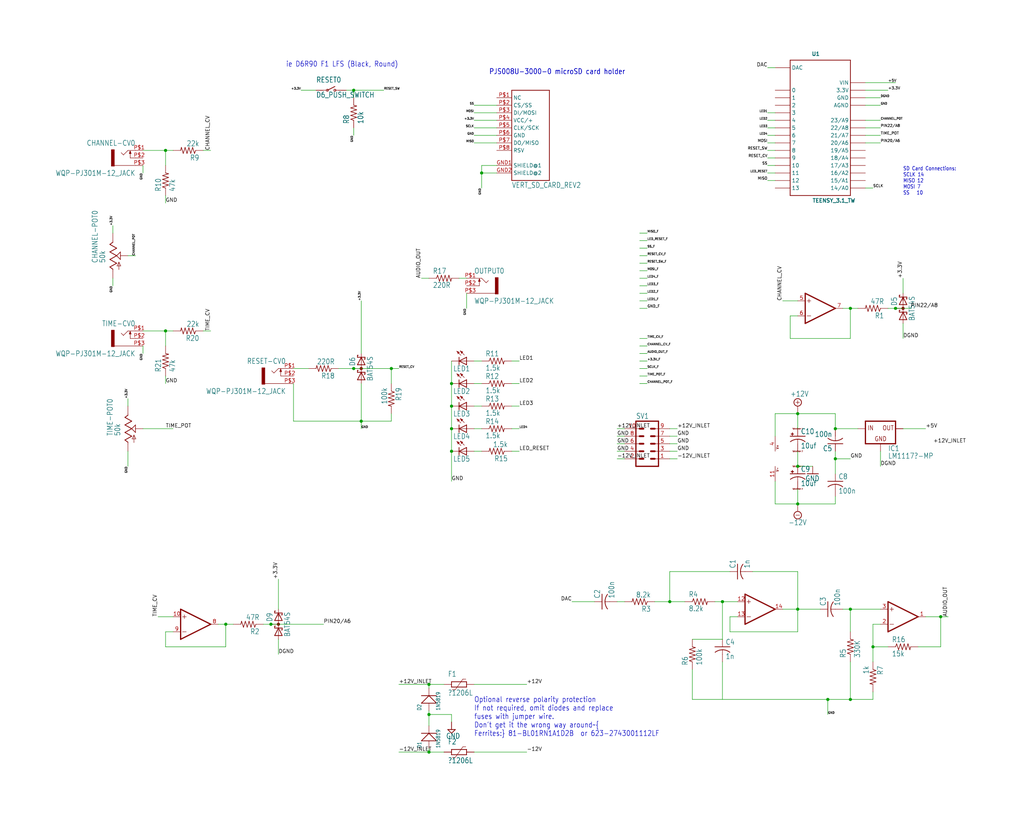
<source format=kicad_sch>
(kicad_sch (version 20231120) (generator "eeschema") (generator_version "8.0")
  (paper "User" 345.643 279.298)
  (lib_symbols
    (symbol "RadioMusic_F rev2-2-eagle-import:+12V" (power)
      (symbol "+12V_1_0"
        (pin power_in line (at 0 -2.54 90) (length 2.54) (name "+12V") (number "1"))
      )
    )
    (symbol "RadioMusic_F rev2-2-eagle-import:-12V" (power)
      (symbol "-12V_1_0"
        (pin power_in line (at 0 2.54 270) (length 2.54) (name "-12V") (number "1"))
      )
    )
    (symbol "RadioMusic_F rev2-2-eagle-import:10_PIN_HEADER"
      (property "Reference" "SV" (at -3.81 8.382 0))
      (symbol "10_PIN_HEADER_1_0"
        (pin passive line (at 7.62 -5.08 180) (length 5.08) (name "1") (number "1"))
        (pin passive line (at -7.62 5.08 0) (length 5.08) (name "10") (number "10"))
        (pin passive line (at -7.62 -5.08 0) (length 5.08) (name "2") (number "2"))
        (pin passive line (at 7.62 -2.54 180) (length 5.08) (name "3") (number "3"))
        (pin passive line (at -7.62 -2.54 0) (length 5.08) (name "4") (number "4"))
        (pin passive line (at 7.62 0 180) (length 5.08) (name "5") (number "5"))
        (pin passive line (at -7.62 0 0) (length 5.08) (name "6") (number "6"))
        (pin passive line (at 7.62 2.54 180) (length 5.08) (name "7") (number "7"))
        (pin passive line (at -7.62 2.54 0) (length 5.08) (name "8") (number "8"))
        (pin passive line (at 7.62 5.08 180) (length 5.08) (name "9") (number "9"))
      )
    )
    (symbol "RadioMusic_F rev2-2-eagle-import:?1206L"
      (property "Reference" "F" (at -3.81 2.54 0))
      (symbol "?1206L_1_0"
        (pin passive line (at 5.08 0 180) (length 2.54) (name "1") (number "1"))
        (pin passive line (at -5.08 0 0) (length 2.54) (name "2") (number "2"))
      )
    )
    (symbol "RadioMusic_F rev2-2-eagle-import:ALPHA-9MMA"
      (property "Reference" "R" (at -5.08 -2.54 90))
      (symbol "ALPHA-9MMA_1_0"
        (pin passive line (at 0 -7.62 90) (length 2.54) (name "A") (number "1"))
        (pin passive line (at 5.08 0 180) (length 2.54) (name "S") (number "2"))
        (pin passive line (at 0 7.62 270) (length 2.54) (name "E") (number "3"))
      )
    )
    (symbol "RadioMusic_F rev2-2-eagle-import:BAT54S"
      (property "Reference" "D" (at 0.762 2.0066 0))
      (symbol "BAT54S_1_0"
        (pin passive line (at -5.08 0 0) (length 2.54) (name "A1") (number "1"))
        (pin passive line (at 5.08 0 180) (length 2.54) (name "C2") (number "2"))
        (pin passive line (at 0 2.54 270) (length 2.54) (name "C1A2") (number "3"))
      )
    )
    (symbol "RadioMusic_F rev2-2-eagle-import:C-USC0805"
      (property "Reference" "C" (at 1.016 0.635 0))
      (symbol "C-USC0805_1_0"
        (pin passive line (at 0 2.54 270) (length 2.54) (name "1") (number "1"))
        (pin passive line (at 0 -5.08 90) (length 2.54) (name "2") (number "2"))
      )
    )
    (symbol "RadioMusic_F rev2-2-eagle-import:CPOL-USB"
      (property "Reference" "C" (at 1.016 0.635 0))
      (symbol "CPOL-USB_1_0"
        (text "SpiceOrder 1" (at 0 2.54 0) (effects (font (size 0.4064 0.3454))))
        (text "SpiceOrder 2" (at 0 -5.08 0) (effects (font (size 0.4064 0.3454))))
        (pin passive line (at 0 2.54 270) (length 2.54) (name "+") (number "+"))
        (pin passive line (at 0 -5.08 90) (length 2.54) (name "-") (number "-"))
      )
    )
    (symbol "RadioMusic_F rev2-2-eagle-import:D6_PUSH_SWITCH"
      (property "Reference" "S" (at -5.08 2.54 0))
      (symbol "D6_PUSH_SWITCH_1_0"
        (pin passive line (at 5.08 0 180) (length 2.54) (name "O") (number "P$1"))
        (pin passive line (at 5.08 0 180) (length 2.54) (name "O") (number "P$2"))
        (pin passive line (at -5.08 0 0) (length 2.54) (name "P") (number "P$3"))
        (pin passive line (at -5.08 0 0) (length 2.54) (name "P") (number "P$4"))
      )
    )
    (symbol "RadioMusic_F rev2-2-eagle-import:GND" (power)
      (symbol "GND_1_0"
        (pin power_in line (at 0 2.54 270) (length 2.54) (name "GND") (number "1"))
      )
    )
    (symbol "RadioMusic_F rev2-2-eagle-import:LED3MM"
      (property "Reference" "LED" (at 3.556 -4.572 90))
      (symbol "LED3MM_1_0"
        (pin passive line (at 0 2.54 270) (length 2.54) (name "A") (number "A"))
        (pin passive line (at 0 -5.08 90) (length 2.54) (name "C") (number "K"))
      )
    )
    (symbol "RadioMusic_F rev2-2-eagle-import:LM1117?-MP"
      (property "Reference" "IC" (at 2.54 -7.62 0))
      (symbol "LM1117?-MP_1_0"
        (text "GND" (at -2.032 -4.318 0) (effects (font (size 1.524 1.2954)) (justify left bottom)))
        (text "IN" (at -4.445 -0.635 0) (effects (font (size 1.524 1.2954)) (justify left bottom)))
        (text "OUT" (at 0.635 -0.635 0) (effects (font (size 1.524 1.2954)) (justify left bottom)))
        (pin input line (at 0 -7.62 90) (length 2.54) (name "GND") (number "1"))
        (pin passive line (at 7.62 0 180) (length 2.54) (name "OUT") (number "2"))
        (pin input line (at -7.62 0 0) (length 2.54) (name "IN") (number "3"))
        (pin passive line (at 7.62 0 180) (length 2.54) (name "OUT") (number "4"))
      )
    )
    (symbol "RadioMusic_F rev2-2-eagle-import:R-US_R0805"
      (property "Reference" "R" (at -3.81 1.4986 0))
      (symbol "R-US_R0805_1_0"
        (pin passive line (at -5.08 0 0) (length 2.54) (name "1") (number "1"))
        (pin passive line (at 5.08 0 180) (length 2.54) (name "2") (number "2"))
      )
    )
    (symbol "RadioMusic_F rev2-2-eagle-import:SMD-DIODE-SCHOTTKY-40V-500MA(SOD-123)"
      (property "Reference" "D" (at -3.81 2.54 0))
      (symbol "SMD-DIODE-SCHOTTKY-40V-500MA(SOD-123)_1_0"
        (pin passive line (at -3.81 0 0) (length 2.54) (name "+") (number "+"))
        (pin passive line (at 3.81 0 180) (length 2.54) (name "-") (number "-"))
      )
    )
    (symbol "RadioMusic_F rev2-2-eagle-import:TEENSY_3.1_TW"
      (property "Reference" "U" (at -3.048 24.13 0))
      (symbol "TEENSY_3.1_TW_1_0"
        (pin bidirectional line (at -15.24 12.7 0) (length 5.08) (name "0") (number "0"))
        (pin bidirectional line (at -15.24 10.16 0) (length 5.08) (name "1") (number "1"))
        (pin bidirectional line (at -15.24 -12.7 0) (length 5.08) (name "10") (number "10"))
        (pin bidirectional line (at -15.24 -15.24 0) (length 5.08) (name "11") (number "11"))
        (pin bidirectional line (at -15.24 -17.78 0) (length 5.08) (name "12") (number "12"))
        (pin bidirectional line (at -15.24 -20.32 0) (length 5.08) (name "13") (number "13"))
        (pin bidirectional line (at 15.24 -20.32 180) (length 5.08) (name "14/A0") (number "14/A0"))
        (pin bidirectional line (at 15.24 -17.78 180) (length 5.08) (name "15/A1") (number "15/A1"))
        (pin bidirectional line (at 15.24 -15.24 180) (length 5.08) (name "16/A2") (number "16/A2"))
        (pin bidirectional line (at 15.24 -12.7 180) (length 5.08) (name "17/A3") (number "17/A3"))
        (pin bidirectional line (at 15.24 -10.16 180) (length 5.08) (name "18/A4") (number "18/A4"))
        (pin bidirectional line (at 15.24 -7.62 180) (length 5.08) (name "19/A5") (number "19/A5"))
        (pin bidirectional line (at -15.24 7.62 0) (length 5.08) (name "2") (number "2"))
        (pin bidirectional line (at 15.24 -5.08 180) (length 5.08) (name "20/A6") (number "20/A6"))
        (pin bidirectional line (at 15.24 -2.54 180) (length 5.08) (name "21/A7") (number "21/A7"))
        (pin bidirectional line (at 15.24 0 180) (length 5.08) (name "22/A8") (number "22/A8"))
        (pin bidirectional line (at 15.24 2.54 180) (length 5.08) (name "23/A9") (number "23/A9"))
        (pin bidirectional line (at -15.24 5.08 0) (length 5.08) (name "3") (number "3"))
        (pin power_in line (at 15.24 12.7 180) (length 5.08) (name "3.3V") (number "3.3V"))
        (pin bidirectional line (at -15.24 2.54 0) (length 5.08) (name "4") (number "4"))
        (pin bidirectional line (at -15.24 0 0) (length 5.08) (name "5") (number "5"))
        (pin bidirectional line (at -15.24 -2.54 0) (length 5.08) (name "6") (number "6"))
        (pin bidirectional line (at -15.24 -5.08 0) (length 5.08) (name "7") (number "7"))
        (pin bidirectional line (at -15.24 -7.62 0) (length 5.08) (name "8") (number "8"))
        (pin bidirectional line (at -15.24 -10.16 0) (length 5.08) (name "9") (number "9"))
        (pin power_in line (at 15.24 7.62 180) (length 5.08) (name "AGND") (number "AGND"))
        (pin bidirectional line (at -15.24 20.32 0) (length 5.08) (name "DAC") (number "DAC"))
        (pin power_in line (at 15.24 10.16 180) (length 5.08) (name "GND") (number "GND"))
        (pin power_in line (at 15.24 15.24 180) (length 5.08) (name "VIN") (number "VIN"))
      )
    )
    (symbol "RadioMusic_F rev2-2-eagle-import:TL074D"
      (symbol "TL074D_1_0"
        (pin output line (at 7.62 0 180) (length 2.54) (name "OUT") (number "1"))
        (pin input line (at -7.62 -2.54 0) (length 2.54) (name "-IN") (number "2"))
        (pin input line (at -7.62 2.54 0) (length 2.54) (name "+IN") (number "3"))
      )
      (symbol "TL074D_2_0"
        (pin input line (at -7.62 2.54 0) (length 2.54) (name "+IN") (number "5"))
        (pin input line (at -7.62 -2.54 0) (length 2.54) (name "-IN") (number "6"))
        (pin output line (at 7.62 0 180) (length 2.54) (name "OUT") (number "7"))
      )
      (symbol "TL074D_3_0"
        (pin input line (at -7.62 2.54 0) (length 2.54) (name "+IN") (number "10"))
        (pin output line (at 7.62 0 180) (length 2.54) (name "OUT") (number "8"))
        (pin input line (at -7.62 -2.54 0) (length 2.54) (name "-IN") (number "9"))
      )
      (symbol "TL074D_4_0"
        (pin input line (at -7.62 2.54 0) (length 2.54) (name "+IN") (number "12"))
        (pin input line (at -7.62 -2.54 0) (length 2.54) (name "-IN") (number "13"))
        (pin output line (at 7.62 0 180) (length 2.54) (name "OUT") (number "14"))
      )
      (symbol "TL074D_5_0"
        (text "V+" (at 1.27 3.175 900) (effects (font (size 0.8128 0.6908)) (justify left bottom)))
        (text "V-" (at 1.27 -4.445 900) (effects (font (size 0.8128 0.6908)) (justify left bottom)))
        (pin power_in line (at 0 -7.62 90) (length 5.08) (name "V-") (number "11"))
        (pin power_in line (at 0 7.62 270) (length 5.08) (name "V+") (number "4"))
      )
    )
    (symbol "RadioMusic_F rev2-2-eagle-import:VERT_SD_CARD_REV2"
      (symbol "VERT_SD_CARD_REV2_1_0"
        (pin bidirectional line (at -7.62 -10.16 0) (length 5.08) (name "SHIELD@1") (number "GND1"))
        (pin bidirectional line (at -7.62 -12.7 0) (length 5.08) (name "SHIELD@2") (number "GND2"))
        (pin bidirectional line (at -7.62 12.7 0) (length 5.08) (name "NC") (number "P$1"))
        (pin bidirectional line (at -7.62 10.16 0) (length 5.08) (name "CS/SS") (number "P$2"))
        (pin bidirectional line (at -7.62 7.62 0) (length 5.08) (name "DI/MOSI") (number "P$3"))
        (pin bidirectional line (at -7.62 5.08 0) (length 5.08) (name "VCC/+") (number "P$4"))
        (pin bidirectional line (at -7.62 2.54 0) (length 5.08) (name "CLK/SCK") (number "P$5"))
        (pin bidirectional line (at -7.62 0 0) (length 5.08) (name "GND") (number "P$6"))
        (pin bidirectional line (at -7.62 -2.54 0) (length 5.08) (name "DO/MISO") (number "P$7"))
        (pin bidirectional line (at -7.62 -5.08 0) (length 5.08) (name "RSV") (number "P$8"))
      )
    )
    (symbol "RadioMusic_F rev2-2-eagle-import:WQP-PJ301M-12_JACK"
      (property "Reference" "J" (at -2.54 4.064 0))
      (symbol "WQP-PJ301M-12_JACK_1_0"
        (pin passive line (at -5.08 2.54 0) (length 2.54) (name "2") (number "P$1"))
        (pin passive line (at -5.08 0 0) (length 2.54) (name "3") (number "P$2"))
        (pin passive line (at -5.08 -2.54 0) (length 2.54) (name "1") (number "P$3"))
      )
    )
    (symbol "RadioMusic_F rev2-2-eagle-import:supply1_GND" (power)
      (symbol "supply1_GND_1_0"
        (pin power_in line (at 0 2.54 270) (length 2.54) (name "GND") (number "1"))
      )
    )
  )
  (junction (at 269.24 157.48))
  (junction (at 144.78 231.14))
  (junction (at 119.38 30.48))
  (junction (at 152.4 152.4))
  (junction (at 76.2 210.82))
  (junction (at 302.26 104.14))
  (junction (at 152.4 137.16))
  (junction (at 287.02 236.22))
  (junction (at 243.84 203.2))
  (junction (at 162.56 58.42))
  (junction (at 279.4 236.22))
  (junction (at 294.64 218.44))
  (junction (at 132.08 124.46))
  (junction (at 317.5 208.28))
  (junction (at 152.4 129.54))
  (junction (at 144.78 241.3))
  (junction (at 269.24 170.18))
  (junction (at 55.88 50.8))
  (junction (at 55.88 111.76))
  (junction (at 269.24 139.7))
  (junction (at 91.44 210.82))
  (junction (at 287.02 104.14))
  (junction (at 226.06 203.2))
  (junction (at 287.02 205.74))
  (junction (at 281.94 154.94))
  (junction (at 152.4 144.78))
  (junction (at 281.94 144.78))
  (junction (at 119.38 124.46))
  (junction (at 144.78 254))
  (junction (at 121.92 142.24))
  (junction (at 269.24 205.74))
  (wire (pts (xy 208.28 154.94) (xy 210.82 154.94)) (stroke (width 0.1524)))
  (wire (pts (xy 193.04 203.2) (xy 200.66 203.2)) (stroke (width 0.1524)))
  (wire (pts (xy 58.42 208.28) (xy 53.34 208.28)) (stroke (width 0.1524)))
  (wire (pts (xy 228.6 149.86) (xy 226.06 149.86)) (stroke (width 0.1524)))
  (wire (pts (xy 160.02 48.26) (xy 167.64 48.26)) (stroke (width 0.1524)))
  (wire (pts (xy 43.18 134.62) (xy 43.18 137.16)) (stroke (width 0.1524)))
  (wire (pts (xy 149.86 231.14) (xy 144.78 231.14)) (stroke (width 0.1524)))
  (wire (pts (xy 58.42 213.36) (xy 55.88 213.36)) (stroke (width 0.1524)))
  (wire (pts (xy 228.6 154.94) (xy 226.06 154.94)) (stroke (width 0.1524)))
  (wire (pts (xy 233.68 226.06) (xy 233.68 236.22)) (stroke (width 0.1524)))
  (wire (pts (xy 58.42 111.76) (xy 55.88 111.76)) (stroke (width 0.1524)))
  (wire (pts (xy 304.8 99.06) (xy 304.8 93.98)) (stroke (width 0.1524)))
  (wire (pts (xy 43.18 157.48) (xy 43.18 152.4)) (stroke (width 0.1524)))
  (wire (pts (xy 208.28 144.78) (xy 210.82 144.78)) (stroke (width 0.1524)))
  (wire (pts (xy 160.02 43.18) (xy 167.64 43.18)) (stroke (width 0.1524)))
  (wire (pts (xy 269.24 139.7) (xy 269.24 144.78)) (stroke (width 0.1524)))
  (wire (pts (xy 48.26 144.78) (xy 58.42 144.78)) (stroke (width 0.1524)))
  (wire (pts (xy 259.08 48.26) (xy 261.62 48.26)) (stroke (width 0.1524)))
  (wire (pts (xy 218.44 104.14) (xy 215.9 104.14)) (stroke (width 0.1524)))
  (wire (pts (xy 172.72 129.54) (xy 175.26 129.54)) (stroke (width 0.1524)))
  (wire (pts (xy 132.08 139.7) (xy 132.08 142.24)) (stroke (width 0.1524)))
  (wire (pts (xy 218.44 129.54) (xy 215.9 129.54)) (stroke (width 0.1524)))
  (wire (pts (xy 218.44 114.3) (xy 215.9 114.3)) (stroke (width 0.1524)))
  (wire (pts (xy 76.2 210.82) (xy 73.66 210.82)) (stroke (width 0.1524)))
  (wire (pts (xy 172.72 144.78) (xy 175.26 144.78)) (stroke (width 0.1524)))
  (wire (pts (xy 228.6 147.32) (xy 226.06 147.32)) (stroke (width 0.1524)))
  (wire (pts (xy 172.72 121.92) (xy 175.26 121.92)) (stroke (width 0.1524)))
  (wire (pts (xy 114.3 124.46) (xy 119.38 124.46)) (stroke (width 0.1524)))
  (wire (pts (xy 259.08 50.8) (xy 261.62 50.8)) (stroke (width 0.1524)))
  (wire (pts (xy 287.02 236.22) (xy 279.4 236.22)) (stroke (width 0.1524)))
  (wire (pts (xy 101.6 30.48) (xy 106.68 30.48)) (stroke (width 0.1524)))
  (wire (pts (xy 287.02 205.74) (xy 287.02 213.36)) (stroke (width 0.1524)))
  (wire (pts (xy 160.02 121.92) (xy 162.56 121.92)) (stroke (width 0.1524)))
  (wire (pts (xy 299.72 104.14) (xy 302.26 104.14)) (stroke (width 0.1524)))
  (wire (pts (xy 259.08 22.86) (xy 261.62 22.86)) (stroke (width 0.1524)))
  (wire (pts (xy 218.44 121.92) (xy 215.9 121.92)) (stroke (width 0.1524)))
  (wire (pts (xy 119.38 45.72) (xy 119.38 43.18)) (stroke (width 0.1524)))
  (wire (pts (xy 152.4 137.16) (xy 152.4 129.54)) (stroke (width 0.1524)))
  (wire (pts (xy 119.38 33.02) (xy 119.38 30.48)) (stroke (width 0.1524)))
  (wire (pts (xy 243.84 215.9) (xy 243.84 203.2)) (stroke (width 0.1524)))
  (wire (pts (xy 144.78 240.03) (xy 144.78 241.3)) (stroke (width 0.1524)))
  (wire (pts (xy 269.24 170.18) (xy 269.24 165.1)) (stroke (width 0.1524)))
  (wire (pts (xy 208.28 147.32) (xy 210.82 147.32)) (stroke (width 0.1524)))
  (wire (pts (xy 134.62 254) (xy 144.78 254)) (stroke (width 0.1524)))
  (wire (pts (xy 269.24 106.68) (xy 266.7 106.68)) (stroke (width 0.1524)))
  (wire (pts (xy 320.04 208.28) (xy 317.5 208.28)) (stroke (width 0.1524)))
  (wire (pts (xy 218.44 83.82) (xy 215.9 83.82)) (stroke (width 0.1524)))
  (wire (pts (xy 299.72 218.44) (xy 294.64 218.44)) (stroke (width 0.1524)))
  (wire (pts (xy 233.68 215.9) (xy 243.84 215.9)) (stroke (width 0.1524)))
  (wire (pts (xy 259.08 45.72) (xy 261.62 45.72)) (stroke (width 0.1524)))
  (wire (pts (xy 160.02 40.64) (xy 167.64 40.64)) (stroke (width 0.1524)))
  (wire (pts (xy 172.72 137.16) (xy 175.26 137.16)) (stroke (width 0.1524)))
  (wire (pts (xy 287.02 114.3) (xy 287.02 104.14)) (stroke (width 0.1524)))
  (wire (pts (xy 119.38 30.48) (xy 129.54 30.48)) (stroke (width 0.1524)))
  (wire (pts (xy 215.9 116.84) (xy 218.44 116.84)) (stroke (width 0.1524)))
  (wire (pts (xy 294.64 236.22) (xy 287.02 236.22)) (stroke (width 0.1524)))
  (wire (pts (xy 269.24 205.74) (xy 264.16 205.74)) (stroke (width 0.1524)))
  (wire (pts (xy 144.78 241.3) (xy 144.78 245.11)) (stroke (width 0.1524)))
  (wire (pts (xy 297.18 48.26) (xy 292.1 48.26)) (stroke (width 0.1524)))
  (wire (pts (xy 121.92 129.54) (xy 121.92 142.24)) (stroke (width 0.1524)))
  (wire (pts (xy 71.12 50.8) (xy 68.58 50.8)) (stroke (width 0.1524)))
  (wire (pts (xy 162.56 58.42) (xy 162.56 55.88)) (stroke (width 0.1524)))
  (wire (pts (xy 152.4 144.78) (xy 152.4 152.4)) (stroke (width 0.1524)))
  (wire (pts (xy 218.44 81.28) (xy 215.9 81.28)) (stroke (width 0.1524)))
  (wire (pts (xy 294.64 210.82) (xy 294.64 218.44)) (stroke (width 0.1524)))
  (wire (pts (xy 160.02 254) (xy 177.8 254)) (stroke (width 0.1524)))
  (wire (pts (xy 218.44 88.9) (xy 215.9 88.9)) (stroke (width 0.1524)))
  (wire (pts (xy 38.1 76.2) (xy 38.1 78.74)) (stroke (width 0.1524)))
  (wire (pts (xy 254 193.04) (xy 269.24 193.04)) (stroke (width 0.1524)))
  (wire (pts (xy 246.38 193.04) (xy 226.06 193.04)) (stroke (width 0.1524)))
  (wire (pts (xy 144.78 232.41) (xy 144.78 231.14)) (stroke (width 0.1524)))
  (wire (pts (xy 160.02 152.4) (xy 162.56 152.4)) (stroke (width 0.1524)))
  (wire (pts (xy 259.08 55.88) (xy 261.62 55.88)) (stroke (width 0.1524)))
  (wire (pts (xy 160.02 38.1) (xy 167.64 38.1)) (stroke (width 0.1524)))
  (wire (pts (xy 243.84 203.2) (xy 248.92 203.2)) (stroke (width 0.1524)))
  (wire (pts (xy 160.02 45.72) (xy 167.64 45.72)) (stroke (width 0.1524)))
  (wire (pts (xy 241.3 203.2) (xy 243.84 203.2)) (stroke (width 0.1524)))
  (wire (pts (xy 218.44 99.06) (xy 215.9 99.06)) (stroke (width 0.1524)))
  (wire (pts (xy 76.2 218.44) (xy 76.2 210.82)) (stroke (width 0.1524)))
  (wire (pts (xy 261.62 147.32) (xy 261.62 139.7)) (stroke (width 0.1524)))
  (wire (pts (xy 294.64 63.5) (xy 292.1 63.5)) (stroke (width 0.1524)))
  (wire (pts (xy 218.44 96.52) (xy 215.9 96.52)) (stroke (width 0.1524)))
  (wire (pts (xy 144.78 252.73) (xy 144.78 254)) (stroke (width 0.1524)))
  (wire (pts (xy 287.02 154.94) (xy 281.94 154.94)) (stroke (width 0.1524)))
  (wire (pts (xy 55.88 68.58) (xy 55.88 66.04)) (stroke (width 0.1524)))
  (wire (pts (xy 218.44 101.6) (xy 215.9 101.6)) (stroke (width 0.1524)))
  (wire (pts (xy 284.48 205.74) (xy 287.02 205.74)) (stroke (width 0.1524)))
  (wire (pts (xy 160.02 144.78) (xy 162.56 144.78)) (stroke (width 0.1524)))
  (wire (pts (xy 208.28 152.4) (xy 210.82 152.4)) (stroke (width 0.1524)))
  (wire (pts (xy 261.62 139.7) (xy 269.24 139.7)) (stroke (width 0.1524)))
  (wire (pts (xy 297.18 35.56) (xy 292.1 35.56)) (stroke (width 0.1524)))
  (wire (pts (xy 287.02 236.22) (xy 287.02 223.52)) (stroke (width 0.1524)))
  (wire (pts (xy 279.4 236.22) (xy 279.4 241.3)) (stroke (width 0.1524)))
  (wire (pts (xy 55.88 129.54) (xy 55.88 127)) (stroke (width 0.1524)))
  (wire (pts (xy 55.88 116.84) (xy 55.88 111.76)) (stroke (width 0.1524)))
  (wire (pts (xy 292.1 30.48) (xy 299.72 30.48)) (stroke (width 0.1524)))
  (wire (pts (xy 259.08 53.34) (xy 261.62 53.34)) (stroke (width 0.1524)))
  (wire (pts (xy 281.94 154.94) (xy 281.94 152.4)) (stroke (width 0.1524)))
  (wire (pts (xy 55.88 50.8) (xy 48.26 50.8)) (stroke (width 0.1524)))
  (wire (pts (xy 162.56 55.88) (xy 167.64 55.88)) (stroke (width 0.1524)))
  (wire (pts (xy 160.02 129.54) (xy 162.56 129.54)) (stroke (width 0.1524)))
  (wire (pts (xy 261.62 170.18) (xy 261.62 162.56)) (stroke (width 0.1524)))
  (wire (pts (xy 91.44 210.82) (xy 109.22 210.82)) (stroke (width 0.1524)))
  (wire (pts (xy 55.88 55.88) (xy 55.88 50.8)) (stroke (width 0.1524)))
  (wire (pts (xy 144.78 231.14) (xy 134.62 231.14)) (stroke (width 0.1524)))
  (wire (pts (xy 312.42 144.78) (xy 304.8 144.78)) (stroke (width 0.1524)))
  (wire (pts (xy 152.4 241.3) (xy 152.4 243.84)) (stroke (width 0.1524)))
  (wire (pts (xy 119.38 124.46) (xy 132.08 124.46)) (stroke (width 0.1524)))
  (wire (pts (xy 281.94 144.78) (xy 289.56 144.78)) (stroke (width 0.1524)))
  (wire (pts (xy 297.18 43.18) (xy 292.1 43.18)) (stroke (width 0.1524)))
  (wire (pts (xy 284.48 104.14) (xy 287.02 104.14)) (stroke (width 0.1524)))
  (wire (pts (xy 218.44 78.74) (xy 215.9 78.74)) (stroke (width 0.1524)))
  (wire (pts (xy 78.74 210.82) (xy 76.2 210.82)) (stroke (width 0.1524)))
  (wire (pts (xy 228.6 144.78) (xy 226.06 144.78)) (stroke (width 0.1524)))
  (wire (pts (xy 269.24 170.18) (xy 261.62 170.18)) (stroke (width 0.1524)))
  (wire (pts (xy 144.78 241.3) (xy 152.4 241.3)) (stroke (width 0.1524)))
  (wire (pts (xy 287.02 104.14) (xy 289.56 104.14)) (stroke (width 0.1524)))
  (wire (pts (xy 208.28 149.86) (xy 210.82 149.86)) (stroke (width 0.1524)))
  (wire (pts (xy 297.18 45.72) (xy 292.1 45.72)) (stroke (width 0.1524)))
  (wire (pts (xy 269.24 193.04) (xy 269.24 205.74)) (stroke (width 0.1524)))
  (wire (pts (xy 248.92 208.28) (xy 246.38 208.28)) (stroke (width 0.1524)))
  (wire (pts (xy 246.38 208.28) (xy 246.38 213.36)) (stroke (width 0.1524)))
  (wire (pts (xy 281.94 170.18) (xy 269.24 170.18)) (stroke (width 0.1524)))
  (wire (pts (xy 259.08 40.64) (xy 261.62 40.64)) (stroke (width 0.1524)))
  (wire (pts (xy 38.1 96.52) (xy 38.1 93.98)) (stroke (width 0.1524)))
  (wire (pts (xy 233.68 236.22) (xy 279.4 236.22)) (stroke (width 0.1524)))
  (wire (pts (xy 276.86 205.74) (xy 269.24 205.74)) (stroke (width 0.1524)))
  (wire (pts (xy 269.24 157.48) (xy 274.32 157.48)) (stroke (width 0.1524)))
  (wire (pts (xy 281.94 167.64) (xy 281.94 170.18)) (stroke (width 0.1524)))
  (wire (pts (xy 220.98 203.2) (xy 226.06 203.2)) (stroke (width 0.1524)))
  (wire (pts (xy 104.14 124.46) (xy 99.06 124.46)) (stroke (width 0.1524)))
  (wire (pts (xy 132.08 124.46) (xy 134.62 124.46)) (stroke (width 0.1524)))
  (wire (pts (xy 287.02 205.74) (xy 297.18 205.74)) (stroke (width 0.1524)))
  (wire (pts (xy 266.7 114.3) (xy 287.02 114.3)) (stroke (width 0.1524)))
  (wire (pts (xy 48.26 119.38) (xy 48.26 116.84)) (stroke (width 0.1524)))
  (wire (pts (xy 132.08 129.54) (xy 132.08 124.46)) (stroke (width 0.1524)))
  (wire (pts (xy 172.72 152.4) (xy 175.26 152.4)) (stroke (width 0.1524)))
  (wire (pts (xy 297.18 40.64) (xy 292.1 40.64)) (stroke (width 0.1524)))
  (wire (pts (xy 281.94 144.78) (xy 281.94 139.7)) (stroke (width 0.1524)))
  (wire (pts (xy 152.4 129.54) (xy 152.4 121.92)) (stroke (width 0.1524)))
  (wire (pts (xy 266.7 106.68) (xy 266.7 114.3)) (stroke (width 0.1524)))
  (wire (pts (xy 292.1 27.94) (xy 302.26 27.94)) (stroke (width 0.1524)))
  (wire (pts (xy 259.08 38.1) (xy 261.62 38.1)) (stroke (width 0.1524)))
  (wire (pts (xy 88.9 210.82) (xy 91.44 210.82)) (stroke (width 0.1524)))
  (wire (pts (xy 243.84 223.52) (xy 243.84 236.22)) (stroke (width 0.1524)))
  (wire (pts (xy 297.18 33.02) (xy 292.1 33.02)) (stroke (width 0.1524)))
  (wire (pts (xy 152.4 152.4) (xy 152.4 162.56)) (stroke (width 0.1524)))
  (wire (pts (xy 157.48 104.14) (xy 157.48 99.06)) (stroke (width 0.1524)))
  (wire (pts (xy 281.94 139.7) (xy 269.24 139.7)) (stroke (width 0.1524)))
  (wire (pts (xy 259.08 58.42) (xy 261.62 58.42)) (stroke (width 0.1524)))
  (wire (pts (xy 226.06 203.2) (xy 231.14 203.2)) (stroke (width 0.1524)))
  (wire (pts (xy 218.44 91.44) (xy 215.9 91.44)) (stroke (width 0.1524)))
  (wire (pts (xy 55.88 213.36) (xy 55.88 218.44)) (stroke (width 0.1524)))
  (wire (pts (xy 309.88 218.44) (xy 317.5 218.44)) (stroke (width 0.1524)))
  (wire (pts (xy 259.08 43.18) (xy 261.62 43.18)) (stroke (width 0.1524)))
  (wire (pts (xy 269.24 157.48) (xy 269.24 152.4)) (stroke (width 0.1524)))
  (wire (pts (xy 132.08 142.24) (xy 121.92 142.24)) (stroke (width 0.1524)))
  (wire (pts (xy 302.26 104.14) (xy 307.34 104.14)) (stroke (width 0.1524)))
  (wire (pts (xy 152.4 144.78) (xy 152.4 137.16)) (stroke (width 0.1524)))
  (wire (pts (xy 218.44 93.98) (xy 215.9 93.98)) (stroke (width 0.1524)))
  (wire (pts (xy 71.12 111.76) (xy 68.58 111.76)) (stroke (width 0.1524)))
  (wire (pts (xy 218.44 127) (xy 215.9 127)) (stroke (width 0.1524)))
  (wire (pts (xy 99.06 129.54) (xy 99.06 142.24)) (stroke (width 0.1524)))
  (wire (pts (xy 121.92 101.6) (xy 121.92 119.38)) (stroke (width 0.1524)))
  (wire (pts (xy 294.64 236.22) (xy 294.64 233.68)) (stroke (width 0.1524)))
  (wire (pts (xy 218.44 119.38) (xy 215.9 119.38)) (stroke (width 0.1524)))
  (wire (pts (xy 269.24 213.36) (xy 269.24 205.74)) (stroke (width 0.1524)))
  (wire (pts (xy 93.98 205.74) (xy 93.98 195.58)) (stroke (width 0.1524)))
  (wire (pts (xy 99.06 142.24) (xy 121.92 142.24)) (stroke (width 0.1524)))
  (wire (pts (xy 93.98 215.9) (xy 93.98 220.98)) (stroke (width 0.1524)))
  (wire (pts (xy 208.28 203.2) (xy 210.82 203.2)) (stroke (width 0.1524)))
  (wire (pts (xy 167.64 58.42) (xy 162.56 58.42)) (stroke (width 0.1524)))
  (wire (pts (xy 281.94 160.02) (xy 281.94 154.94)) (stroke (width 0.1524)))
  (wire (pts (xy 160.02 231.14) (xy 177.8 231.14)) (stroke (width 0.1524)))
  (wire (pts (xy 312.42 208.28) (xy 317.5 208.28)) (stroke (width 0.1524)))
  (wire (pts (xy 48.26 58.42) (xy 48.26 55.88)) (stroke (width 0.1524)))
  (wire (pts (xy 297.18 210.82) (xy 294.64 210.82)) (stroke (width 0.1524)))
  (wire (pts (xy 294.64 218.44) (xy 294.64 223.52)) (stroke (width 0.1524)))
  (wire (pts (xy 160.02 137.16) (xy 162.56 137.16)) (stroke (width 0.1524)))
  (wire (pts (xy 160.02 35.56) (xy 167.64 35.56)) (stroke (width 0.1524)))
  (wire (pts (xy 297.18 157.48) (xy 297.18 152.4)) (stroke (width 0.1524)))
  (wire (pts (xy 246.38 213.36) (xy 269.24 213.36)) (stroke (width 0.1524)))
  (wire (pts (xy 55.88 111.76) (xy 48.26 111.76)) (stroke (width 0.1524)))
  (wire (pts (xy 55.88 218.44) (xy 76.2 218.44)) (stroke (width 0.1524)))
  (wire (pts (xy 43.18 86.36) (xy 45.72 86.36)) (stroke (width 0.1524)))
  (wire (pts (xy 226.06 193.04) (xy 226.06 203.2)) (stroke (width 0.1524)))
  (wire (pts (xy 121.92 142.24) (xy 121.92 144.78)) (stroke (width 0.1524)))
  (wire (pts (xy 218.44 124.46) (xy 215.9 124.46)) (stroke (width 0.1524)))
  (wire (pts (xy 317.5 218.44) (xy 317.5 208.28)) (stroke (width 0.1524)))
  (wire (pts (xy 116.84 30.48) (xy 119.38 30.48)) (stroke (width 0.1524)))
  (wire (pts (xy 304.8 109.22) (xy 304.8 114.3)) (stroke (width 0.1524)))
  (wire (pts (xy 269.24 101.6) (xy 264.16 101.6)) (stroke (width 0.1524)))
  (wire (pts (xy 259.08 60.96) (xy 261.62 60.96)) (stroke (width 0.1524)))
  (wire (pts (xy 162.56 63.5) (xy 162.56 58.42)) (stroke (width 0.1524)))
  (wire (pts (xy 154.94 93.98) (xy 157.48 93.98)) (stroke (width 0.1524)))
  (wire (pts (xy 144.78 254) (xy 149.86 254)) (stroke (width 0.1524)))
  (wire (pts (xy 142.24 93.98) (xy 144.78 93.98)) (stroke (width 0.1524)))
  (wire (pts (xy 58.42 50.8) (xy 55.88 50.8)) (stroke (width 0.1524)))
  (wire (pts (xy 228.6 152.4) (xy 226.06 152.4)) (stroke (width 0.1524)))
  (wire (pts (xy 218.44 86.36) (xy 215.9 86.36)) (stroke (width 0.1524)))
  (text "ie D6R90 F1 LFS (Black, Round)" (at 96.52 22.86 0) (effects (font (size 1.778 1.5113)) (justify left bottom)))
  (text "SD Card Connections:\nSCLK 14\nMISO 12\nMOSI 7\nSS   10" (at 304.8 66.04 0) (effects (font (size 1.27 1.0795)) (justify left bottom)))
  (text "PJS008U-3000-0 microSD card holder" (at 165.1 25.4 0) (effects (font (size 1.778 1.5113)) (justify left bottom)))
  (text "PJS008U-3000-0 microSD card holder" (at 165.1 25.4 0) (effects (font (size 1.778 1.5113)) (justify left bottom)))
  (text "Optional reverse polarity protection\nIf not required, omit diodes and replace\nfuses with jumper wire.\nDon't get it the wrong way around~{\nFerrites:} 81-BL01RN1A1D2B  or 623-2743001112LF" (at 160.02 248.92 0) (effects (font (size 1.778 1.5113)) (justify left bottom)))
  (label "LED_RESET" (at 259.08 58.42 180) (effects (font (size 0.7112 0.7112))))
  (label "DAC" (at 259.08 22.86 180) (effects (font (size 1.2446 1.2446))))
  (label "+5V" (at 312.42 144.78 0) (effects (font (size 1.2446 1.2446))))
  (label "GND" (at 48.26 58.42 270) (effects (font (size 0.7112 0.7112))))
  (label "LED3" (at 175.26 137.16 0) (effects (font (size 1.2446 1.2446))))
  (label "+3.3V" (at 304.8 93.98 90) (effects (font (size 1.2446 1.2446))))
  (label "-12V_INLET" (at 134.62 254 0) (effects (font (size 1.2446 1.2446))))
  (label "+3.3V_F" (at 218.44 121.92 0) (effects (font (size 0.7112 0.7112))))
  (label "AUDIO_OUT_F" (at 218.44 119.38 0) (effects (font (size 0.7112 0.7112))))
  (label "SS_F" (at 218.44 83.82 0) (effects (font (size 0.7112 0.7112))))
  (label "LED4" (at 259.08 45.72 180) (effects (font (size 0.7112 0.7112))))
  (label "TIME_CV" (at 53.34 208.28 90) (effects (font (size 1.2446 1.2446))))
  (label "GND" (at 119.38 45.72 270) (effects (font (size 0.7112 0.7112))))
  (label "GND" (at 228.6 149.86 0) (effects (font (size 1.2446 1.2446))))
  (label "TIME_POT" (at 297.18 45.72 0) (effects (font (size 0.889 0.889))))
  (label "GND" (at 208.28 149.86 0) (effects (font (size 1.2446 1.2446))))
  (label "LED1_F" (at 218.44 101.6 0) (effects (font (size 0.7112 0.7112))))
  (label "TIME_CV" (at 71.12 111.76 90) (effects (font (size 1.2446 1.2446))))
  (label "DGND" (at 304.8 114.3 0) (effects (font (size 1.2446 1.2446))))
  (label "LED4_F" (at 218.44 93.98 0) (effects (font (size 0.7112 0.7112))))
  (label "LED3_F" (at 218.44 96.52 0) (effects (font (size 0.7112 0.7112))))
  (label "SCLK" (at 294.64 63.5 0) (effects (font (size 0.889 0.889))))
  (label "RESET_SW" (at 129.54 30.48 0) (effects (font (size 0.7112 0.7112))))
  (label "MOSI" (at 259.08 48.26 180) (effects (font (size 0.889 0.889))))
  (label "DGND" (at 297.18 157.48 0) (effects (font (size 1.2446 1.2446))))
  (label "+12V" (at 177.8 231.14 0) (effects (font (size 1.2446 1.2446))))
  (label "GND" (at 43.18 157.48 270) (effects (font (size 0.7112 0.7112))))
  (label "GND" (at 208.28 152.4 0) (effects (font (size 1.2446 1.2446))))
  (label "+3.3V" (at 93.98 195.58 90) (effects (font (size 1.2446 1.2446))))
  (label "GND" (at 162.56 63.5 270) (effects (font (size 0.7112 0.7112))))
  (label "MOSI_F" (at 218.44 91.44 0) (effects (font (size 0.7112 0.7112))))
  (label "MISO" (at 259.08 60.96 180) (effects (font (size 0.889 0.889))))
  (label "DAC" (at 193.04 203.2 180) (effects (font (size 1.2446 1.2446))))
  (label "PIN22/A8" (at 297.18 43.18 0) (effects (font (size 0.889 0.889))))
  (label "PIN22/A8" (at 307.34 104.14 0) (effects (font (size 1.2446 1.2446))))
  (label "GND" (at 160.02 45.72 180) (effects (font (size 0.7112 0.7112))))
  (label "LED3" (at 259.08 43.18 180) (effects (font (size 0.7112 0.7112))))
  (label "+3.3V" (at 38.1 76.2 90) (effects (font (size 0.7112 0.7112))))
  (label "SCLK_F" (at 218.44 124.46 0) (effects (font (size 0.7112 0.7112))))
  (label "MOSI" (at 160.02 38.1 180) (effects (font (size 0.7112 0.7112))))
  (label "RESET_SW_F" (at 218.44 88.9 0) (effects (font (size 0.7112 0.7112))))
  (label "LED1" (at 175.26 121.92 0) (effects (font (size 1.2446 1.2446))))
  (label "RESET_CV" (at 259.08 53.34 180) (effects (font (size 0.889 0.889))))
  (label "SS" (at 160.02 35.56 180) (effects (font (size 0.7112 0.7112))))
  (label "SS" (at 259.08 55.88 180) (effects (font (size 0.889 0.889))))
  (label "LED2_F" (at 218.44 99.06 0) (effects (font (size 0.7112 0.7112))))
  (label "GND" (at 48.26 119.38 270) (effects (font (size 0.7112 0.7112))))
  (label "LED_RESET" (at 175.26 152.4 0) (effects (font (size 1.2446 1.2446))))
  (label "TIME_POT" (at 55.88 144.78 0) (effects (font (size 1.2446 1.2446))))
  (label "RESET_CV" (at 134.62 124.46 0) (effects (font (size 0.7112 0.7112))))
  (label "+12V_INLET" (at 228.6 144.78 0) (effects (font (size 1.2446 1.2446))))
  (label "DGND" (at 93.98 220.98 0) (effects (font (size 1.2446 1.2446))))
  (label "PIN20/A6" (at 297.18 48.26 0) (effects (font (size 0.889 0.889))))
  (label "GND" (at 228.6 147.32 0) (effects (font (size 1.2446 1.2446))))
  (label "GND_F" (at 218.44 104.14 0) (effects (font (size 0.889 0.889))))
  (label "-12V" (at 177.8 254 0) (effects (font (size 1.2446 1.2446))))
  (label "LED1" (at 259.08 38.1 180) (effects (font (size 0.7112 0.7112))))
  (label "GND" (at 208.28 147.32 0) (effects (font (size 1.2446 1.2446))))
  (label "PIN20/A6" (at 109.22 210.82 0) (effects (font (size 1.2446 1.2446))))
  (label "+5V" (at 299.72 27.94 0) (effects (font (size 0.889 0.889))))
  (label "CHANNEL_POT" (at 45.72 86.36 90) (effects (font (size 0.7112 0.7112))))
  (label "CHANNEL_CV_F" (at 218.44 116.84 0) (effects (font (size 0.7112 0.7112))))
  (label "SCLK" (at 160.02 43.18 180) (effects (font (size 0.7112 0.7112))))
  (label "LED4" (at 175.26 144.78 0) (effects (font (size 0.7112 0.7112))))
  (label "MISO" (at 160.02 48.26 180) (effects (font (size 0.7112 0.7112))))
  (label "-12V_INLET" (at 228.6 154.94 0) (effects (font (size 1.2446 1.2446))))
  (label "RESET_CV_F" (at 218.44 86.36 0) (effects (font (size 0.7112 0.7112))))
  (label "GND" (at 55.88 68.58 0) (effects (font (size 1.2446 1.2446))))
  (label "MISO_F" (at 218.44 78.74 0) (effects (font (size 0.7112 0.7112))))
  (label "RESET_SW" (at 259.08 50.8 180) (effects (font (size 0.889 0.889))))
  (label "TIME_POT_F" (at 218.44 127 0) (effects (font (size 0.7112 0.7112))))
  (label "-12V_INLET" (at 208.28 154.94 0) (effects (font (size 1.2446 1.2446))))
  (label "DGND" (at 297.18 33.02 0) (effects (font (size 0.7112 0.7112))))
  (label "CHANNEL_CV" (at 264.16 101.6 90) (effects (font (size 1.2446 1.2446))))
  (label "+12V_INLET" (at 134.62 231.14 0) (effects (font (size 1.2446 1.2446))))
  (label "GND" (at 228.6 152.4 0) (effects (font (size 1.2446 1.2446))))
  (label "+3.3V" (at 43.18 134.62 90) (effects (font (size 0.7112 0.7112))))
  (label "GND" (at 157.48 104.14 270) (effects (font (size 0.7112 0.7112))))
  (label "GND" (at 279.4 241.3 0) (effects (font (size 0.7112 0.7112))))
  (label "+3.3V" (at 101.6 30.48 180) (effects (font (size 0.7112 0.7112))))
  (label "CHANNEL_CV" (at 71.12 50.8 90) (effects (font (size 1.2446 1.2446))))
  (label "+12V_INLET" (at 314.96 149.86 0) (effects (font (size 1.2446 1.2446))))
  (label "AUDIO_OUT" (at 320.04 208.28 90) (effects (font (size 1.2446 1.2446))))
  (label "+3.3V" (at 121.92 101.6 90) (effects (font (size 0.7112 0.7112))))
  (label "GND" (at 55.88 129.54 0) (effects (font (size 1.2446 1.2446))))
  (label "GND" (at 38.1 96.52 270) (effects (font (size 0.7112 0.7112))))
  (label "+3.3V" (at 299.72 30.48 0) (effects (font (size 0.889 0.889))))
  (label "+3.3V" (at 160.02 40.64 180) (effects (font (size 0.7112 0.7112))))
  (label "+12V_INLET" (at 208.28 144.78 0) (effects (font (size 1.2446 1.2446))))
  (label "CHANNEL_POT" (at 297.18 40.64 0) (effects (font (size 0.7112 0.7112))))
  (label "LED2" (at 259.08 40.64 180) (effects (font (size 0.7112 0.7112))))
  (label "GND" (at 297.18 35.56 0) (effects (font (size 0.7112 0.7112))))
  (label "GND" (at 152.4 162.56 0) (effects (font (size 1.2446 1.2446))))
  (label "TIME_CV_F" (at 218.44 114.3 0) (effects (font (size 0.7112 0.7112))))
  (label "GND" (at 121.92 144.78 0) (effects (font (size 0.7112 0.7112))))
  (label "GND" (at 287.02 154.94 0) (effects (font (size 1.2446 1.2446))))
  (label "AUDIO_OUT" (at 142.24 93.98 90) (effects (font (size 1.2446 1.2446))))
  (label "LED2" (at 175.26 129.54 0) (effects (font (size 1.2446 1.2446))))
  (label "CHANNEL_POT_F" (at 218.44 129.54 0) (effects (font (size 0.7112 0.7112))))
  (label "LED_RESET_F" (at 218.44 81.28 0) (effects (font (size 0.7112 0.7112))))
  (symbol (lib_id "RadioMusic_F rev2-2-eagle-import:R-US_R0805") (at 167.64 121.92 0) (unit 1)
    (property "Reference" "R11" (at 163.83 120.4214 0) (effects (font (size 1.778 1.5113)) (justify left bottom)))
    (property "Value" "1.5k" (at 163.83 125.222 0) (effects (font (size 1.778 1.5113)) (justify left bottom)))
    (property "Footprint" "RadioMusic_F rev2-2:R0805" (effects (hide yes)))
  )
  (symbol (lib_id "RadioMusic_F rev2-2-eagle-import:LED3MM") (at 157.48 137.16 270) (unit 1)
    (property "Reference" "LED3" (at 152.908 140.716 90) (effects (font (size 1.778 1.5113)) (justify left bottom)))
    (property "Value" "LED3MM" (effects (hide yes)))
    (property "Footprint" "RadioMusic_F rev2-2:LED3MM" (effects (hide yes)))
  )
  (symbol (lib_id "RadioMusic_F rev2-2-eagle-import:C-USC0805") (at 281.94 149.86 180) (unit 1)
    (property "Reference" "C5" (at 280.924 150.495 0) (effects (font (size 1.778 1.5113)) (justify left bottom)))
    (property "Value" "100n" (at 280.924 145.669 0) (effects (font (size 1.778 1.5113)) (justify left bottom)))
    (property "Footprint" "RadioMusic_F rev2-2:C0805" (effects (hide yes)))
  )
  (symbol (lib_id "RadioMusic_F rev2-2-eagle-import:-12V") (at 269.24 172.72 0) (unit 1)
    (property "Reference" "#SUPPLY3" (effects (hide yes)))
    (property "Value" "-12V" (at 266.065 177.419 0) (effects (font (size 1.778 1.5113)) (justify left bottom)))
  )
  (symbol (lib_id "RadioMusic_F rev2-2-eagle-import:D6_PUSH_SWITCH") (at 111.76 30.48 0) (unit 1)
    (property "Reference" "RESET0" (at 106.68 27.94 0) (effects (font (size 1.778 1.5113)) (justify left bottom)))
    (property "Value" "D6_PUSH_SWITCH" (at 106.68 33.02 0) (effects (font (size 1.778 1.5113)) (justify left bottom)))
    (property "Footprint" "RadioMusic_F rev2-2:D6_BUTTON_RND" (effects (hide yes)))
  )
  (symbol (lib_id "RadioMusic_F rev2-2-eagle-import:TL074D") (at 304.8 208.28 0) (unit 1)
    (property "Reference" "IC4" (effects (hide yes)))
    (property "Value" "TL074" (effects (hide yes)))
    (property "Footprint" "RadioMusic_F rev2-2:SO14" (effects (hide yes)))
  )
  (symbol (lib_id "RadioMusic_F rev2-2-eagle-import:C-USC0805") (at 279.4 205.74 90) (unit 1)
    (property "Reference" "C3" (at 278.765 204.724 0) (effects (font (size 1.778 1.5113)) (justify left bottom)))
    (property "Value" "100n" (at 283.591 204.724 0) (effects (font (size 1.778 1.5113)) (justify left bottom)))
    (property "Footprint" "RadioMusic_F rev2-2:C0805" (effects (hide yes)))
  )
  (symbol (lib_id "RadioMusic_F rev2-2-eagle-import:C-USC0805") (at 203.2 203.2 90) (unit 1)
    (property "Reference" "C2" (at 202.565 202.184 0) (effects (font (size 1.778 1.5113)) (justify left bottom)))
    (property "Value" "100n" (at 207.391 202.184 0) (effects (font (size 1.778 1.5113)) (justify left bottom)))
    (property "Footprint" "RadioMusic_F rev2-2:C0805" (effects (hide yes)))
  )
  (symbol (lib_id "RadioMusic_F rev2-2-eagle-import:TL074D") (at 256.54 205.74 0) (unit 4)
    (property "Reference" "IC4" (effects (hide yes)))
    (property "Value" "TL074" (effects (hide yes)))
    (property "Footprint" "RadioMusic_F rev2-2:SO14" (effects (hide yes)))
  )
  (symbol (lib_id "RadioMusic_F rev2-2-eagle-import:R-US_R0805") (at 287.02 218.44 90) (unit 1)
    (property "Reference" "R5" (at 285.5214 222.25 0) (effects (font (size 1.778 1.5113)) (justify left bottom)))
    (property "Value" "330K" (at 290.322 222.25 0) (effects (font (size 1.778 1.5113)) (justify left bottom)))
    (property "Footprint" "RadioMusic_F rev2-2:R0805" (effects (hide yes)))
  )
  (symbol (lib_id "RadioMusic_F rev2-2-eagle-import:LED3MM") (at 157.48 152.4 270) (unit 1)
    (property "Reference" "LED5" (at 152.908 155.956 90) (effects (font (size 1.778 1.5113)) (justify left bottom)))
    (property "Value" "LED3MM" (effects (hide yes)))
    (property "Footprint" "RadioMusic_F rev2-2:LED3MM" (effects (hide yes)))
  )
  (symbol (lib_id "RadioMusic_F rev2-2-eagle-import:+12V") (at 269.24 137.16 0) (unit 1)
    (property "Reference" "#SUPPLY1" (effects (hide yes)))
    (property "Value" "+12V" (at 266.7 133.985 0) (effects (font (size 1.778 1.5113)) (justify left bottom)))
  )
  (symbol (lib_id "RadioMusic_F rev2-2-eagle-import:LED3MM") (at 157.48 144.78 270) (unit 1)
    (property "Reference" "LED4" (at 152.908 148.336 90) (effects (font (size 1.778 1.5113)) (justify left bottom)))
    (property "Value" "LED3MM" (effects (hide yes)))
    (property "Footprint" "RadioMusic_F rev2-2:LED3MM" (effects (hide yes)))
  )
  (symbol (lib_id "RadioMusic_F rev2-2-eagle-import:C-USC0805") (at 243.84 218.44 0) (unit 1)
    (property "Reference" "C4" (at 244.856 217.805 0) (effects (font (size 1.778 1.5113)) (justify left bottom)))
    (property "Value" "1n" (at 244.856 222.631 0) (effects (font (size 1.778 1.5113)) (justify left bottom)))
    (property "Footprint" "RadioMusic_F rev2-2:C0805" (effects (hide yes)))
  )
  (symbol (lib_id "RadioMusic_F rev2-2-eagle-import:R-US_R0805") (at 55.88 121.92 90) (unit 1)
    (property "Reference" "R21" (at 54.3814 125.73 0) (effects (font (size 1.778 1.5113)) (justify left bottom)))
    (property "Value" "47k" (at 59.182 125.73 0) (effects (font (size 1.778 1.5113)) (justify left bottom)))
    (property "Footprint" "RadioMusic_F rev2-2:R0805" (effects (hide yes)))
  )
  (symbol (lib_id "RadioMusic_F rev2-2-eagle-import:R-US_R0805") (at 167.64 137.16 0) (unit 1)
    (property "Reference" "R13" (at 163.83 135.6614 0) (effects (font (size 1.778 1.5113)) (justify left bottom)))
    (property "Value" "1.5k" (at 163.83 140.462 0) (effects (font (size 1.778 1.5113)) (justify left bottom)))
    (property "Footprint" "RadioMusic_F rev2-2:R0805" (effects (hide yes)))
  )
  (symbol (lib_id "RadioMusic_F rev2-2-eagle-import:TL074D") (at 66.04 210.82 0) (unit 3)
    (property "Reference" "IC4" (effects (hide yes)))
    (property "Value" "TL074" (effects (hide yes)))
    (property "Footprint" "RadioMusic_F rev2-2:SO14" (effects (hide yes)))
  )
  (symbol (lib_id "RadioMusic_F rev2-2-eagle-import:R-US_R0805") (at 55.88 60.96 90) (unit 1)
    (property "Reference" "R10" (at 54.3814 64.77 0) (effects (font (size 1.778 1.5113)) (justify left bottom)))
    (property "Value" "47k" (at 59.182 64.77 0) (effects (font (size 1.778 1.5113)) (justify left bottom)))
    (property "Footprint" "RadioMusic_F rev2-2:R0805" (effects (hide yes)))
  )
  (symbol (lib_id "RadioMusic_F rev2-2-eagle-import:WQP-PJ301M-12_JACK") (at 43.18 114.3 0) (mirror y) (unit 1)
    (property "Reference" "TIME-CV0" (at 45.72 110.236 0) (effects (font (size 1.778 1.5113)) (justify left bottom)))
    (property "Value" "WQP-PJ301M-12_JACK" (at 45.72 120.396 0) (effects (font (size 1.778 1.5113)) (justify left bottom)))
    (property "Footprint" "RadioMusic_F rev2-2:WQP-PJ301M-12_JACK" (effects (hide yes)))
  )
  (symbol (lib_id "RadioMusic_F rev2-2-eagle-import:R-US_R0805") (at 304.8 218.44 0) (unit 1)
    (property "Reference" "R16" (at 300.99 216.9414 0) (effects (font (size 1.778 1.5113)) (justify left bottom)))
    (property "Value" "15k" (at 300.99 221.742 0) (effects (font (size 1.778 1.5113)) (justify left bottom)))
    (property "Footprint" "RadioMusic_F rev2-2:R0805" (effects (hide yes)))
  )
  (symbol (lib_id "RadioMusic_F rev2-2-eagle-import:R-US_R0805") (at 109.22 124.46 180) (unit 1)
    (property "Reference" "R18" (at 113.03 125.9586 0) (effects (font (size 1.778 1.5113)) (justify left bottom)))
    (property "Value" "220R" (at 113.03 121.158 0) (effects (font (size 1.778 1.5113)) (justify left bottom)))
    (property "Footprint" "RadioMusic_F rev2-2:R0805" (effects (hide yes)))
  )
  (symbol (lib_id "RadioMusic_F rev2-2-eagle-import:R-US_R0805") (at 149.86 93.98 0) (unit 1)
    (property "Reference" "R17" (at 146.05 92.4814 0) (effects (font (size 1.778 1.5113)) (justify left bottom)))
    (property "Value" "220R" (at 146.05 97.282 0) (effects (font (size 1.778 1.5113)) (justify left bottom)))
    (property "Footprint" "RadioMusic_F rev2-2:R0805" (effects (hide yes)))
  )
  (symbol (lib_id "RadioMusic_F rev2-2-eagle-import:R-US_R0805") (at 233.68 220.98 90) (unit 1)
    (property "Reference" "R6" (at 232.1814 224.79 0) (effects (font (size 1.778 1.5113)) (justify left bottom)))
    (property "Value" "100k" (at 236.982 224.79 0) (effects (font (size 1.778 1.5113)) (justify left bottom)))
    (property "Footprint" "RadioMusic_F rev2-2:R0805" (effects (hide yes)))
  )
  (symbol (lib_id "RadioMusic_F rev2-2-eagle-import:R-US_R0805") (at 167.64 144.78 0) (unit 1)
    (property "Reference" "R14" (at 163.83 143.2814 0) (effects (font (size 1.778 1.5113)) (justify left bottom)))
    (property "Value" "1.5k" (at 163.83 148.082 0) (effects (font (size 1.778 1.5113)) (justify left bottom)))
    (property "Footprint" "RadioMusic_F rev2-2:R0805" (effects (hide yes)))
  )
  (symbol (lib_id "RadioMusic_F rev2-2-eagle-import:?1206L") (at 154.94 254 0) (unit 1)
    (property "Reference" "F2" (at 151.13 251.46 0) (effects (font (size 1.778 1.5113)) (justify left bottom)))
    (property "Value" "?1206L" (at 151.13 257.81 0) (effects (font (size 1.778 1.5113)) (justify left bottom)))
    (property "Footprint" "RadioMusic_F rev2-2:1206L" (effects (hide yes)))
  )
  (symbol (lib_id "RadioMusic_F rev2-2-eagle-import:TEENSY_3.1_TW") (at 276.86 43.18 0) (unit 1)
    (property "Reference" "U1" (at 273.812 19.05 0) (effects (font (thickness 0.254) (bold yes)) (justify left bottom)))
    (property "Value" "TEENSY_3.1_TW" (at 274.066 68.58 0) (effects (font (thickness 0.254) (bold yes)) (justify left bottom)))
    (property "Footprint" "RadioMusic_F rev2-2:TEENSY_3.1_TW" (effects (hide yes)))
  )
  (symbol (lib_id "RadioMusic_F rev2-2-eagle-import:ALPHA-9MMA") (at 38.1 86.36 0) (unit 1)
    (property "Reference" "CHANNEL-POT0" (at 33.02 88.9 90) (effects (font (size 1.778 1.5113)) (justify left bottom)))
    (property "Value" "50k" (at 35.56 88.9 90) (effects (font (size 1.778 1.5113)) (justify left bottom)))
    (property "Footprint" "RadioMusic_F rev2-2:EVUF" (effects (hide yes)))
  )
  (symbol (lib_id "RadioMusic_F rev2-2-eagle-import:LED3MM") (at 157.48 129.54 270) (unit 1)
    (property "Reference" "LED2" (at 152.908 133.096 90) (effects (font (size 1.778 1.5113)) (justify left bottom)))
    (property "Value" "LED3MM" (effects (hide yes)))
    (property "Footprint" "RadioMusic_F rev2-2:LED3MM" (effects (hide yes)))
  )
  (symbol (lib_id "RadioMusic_F rev2-2-eagle-import:R-US_R0805") (at 63.5 111.76 180) (unit 1)
    (property "Reference" "R20" (at 67.31 113.2586 0) (effects (font (size 1.778 1.5113)) (justify left bottom)))
    (property "Value" "22k" (at 67.31 108.458 0) (effects (font (size 1.778 1.5113)) (justify left bottom)))
    (property "Footprint" "RadioMusic_F rev2-2:R0805" (effects (hide yes)))
  )
  (symbol (lib_id "RadioMusic_F rev2-2-eagle-import:LED3MM") (at 157.48 121.92 270) (unit 1)
    (property "Reference" "LED1" (at 152.908 125.476 90) (effects (font (size 1.778 1.5113)) (justify left bottom)))
    (property "Value" "LED3MM" (effects (hide yes)))
    (property "Footprint" "RadioMusic_F rev2-2:LED3MM" (effects (hide yes)))
  )
  (symbol (lib_id "RadioMusic_F rev2-2-eagle-import:R-US_R0805") (at 215.9 203.2 180) (unit 1)
    (property "Reference" "R3" (at 219.71 204.6986 0) (effects (font (size 1.778 1.5113)) (justify left bottom)))
    (property "Value" "8.2k" (at 219.71 199.898 0) (effects (font (size 1.778 1.5113)) (justify left bottom)))
    (property "Footprint" "RadioMusic_F rev2-2:R0805" (effects (hide yes)))
  )
  (symbol (lib_id "RadioMusic_F rev2-2-eagle-import:LM1117?-MP") (at 297.18 144.78 0) (unit 1)
    (property "Reference" "IC1" (at 299.72 152.4 0) (effects (font (size 1.778 1.5113)) (justify left bottom)))
    (property "Value" "LM1117?-MP" (at 299.72 154.94 0) (effects (font (size 1.778 1.5113)) (justify left bottom)))
    (property "Footprint" "RadioMusic_F rev2-2:SOT223" (effects (hide yes)))
  )
  (symbol (lib_id "RadioMusic_F rev2-2-eagle-import:R-US_R0805") (at 236.22 203.2 0) (unit 1)
    (property "Reference" "R4" (at 232.41 201.7014 0) (effects (font (size 1.778 1.5113)) (justify left bottom)))
    (property "Value" "8.2k" (at 232.41 206.502 0) (effects (font (size 1.778 1.5113)) (justify left bottom)))
    (property "Footprint" "RadioMusic_F rev2-2:R0805" (effects (hide yes)))
  )
  (symbol (lib_id "RadioMusic_F rev2-2-eagle-import:SMD-DIODE-SCHOTTKY-40V-500MA(SOD-123)") (at 144.78 236.22 90) (unit 1)
    (property "Reference" "D2" (at 142.24 240.03 0) (effects (font (size 1.27 1.0795)) (justify left bottom)))
    (property "Value" "1N5819" (at 148.59 240.03 0) (effects (font (size 1.27 1.0795)) (justify left bottom)))
    (property "Footprint" "RadioMusic_F rev2-2:SOD-123" (effects (hide yes)))
  )
  (symbol (lib_id "RadioMusic_F rev2-2-eagle-import:SMD-DIODE-SCHOTTKY-40V-500MA(SOD-123)") (at 144.78 248.92 90) (unit 1)
    (property "Reference" "D1" (at 142.24 252.73 0) (effects (font (size 1.27 1.0795)) (justify left bottom)))
    (property "Value" "1N5819" (at 148.59 252.73 0) (effects (font (size 1.27 1.0795)) (justify left bottom)))
    (property "Footprint" "RadioMusic_F rev2-2:SOD-123" (effects (hide yes)))
  )
  (symbol (lib_id "RadioMusic_F rev2-2-eagle-import:WQP-PJ301M-12_JACK") (at 162.56 96.52 0) (unit 1)
    (property "Reference" "OUTPUT0" (at 160.02 92.456 0) (effects (font (size 1.778 1.5113)) (justify left bottom)))
    (property "Value" "WQP-PJ301M-12_JACK" (at 160.02 102.616 0) (effects (font (size 1.778 1.5113)) (justify left bottom)))
    (property "Footprint" "RadioMusic_F rev2-2:WQP-PJ301M-12_JACK" (effects (hide yes)))
  )
  (symbol (lib_id "RadioMusic_F rev2-2-eagle-import:R-US_R0805") (at 167.64 152.4 180) (unit 1)
    (property "Reference" "R15" (at 171.45 153.8986 0) (effects (font (size 1.778 1.5113)) (justify left bottom)))
    (property "Value" "1.5k" (at 171.45 149.098 0) (effects (font (size 1.778 1.5113)) (justify left bottom)))
    (property "Footprint" "RadioMusic_F rev2-2:R0805" (effects (hide yes)))
  )
  (symbol (lib_id "RadioMusic_F rev2-2-eagle-import:R-US_R0805") (at 63.5 50.8 180) (unit 1)
    (property "Reference" "R9" (at 67.31 52.2986 0) (effects (font (size 1.778 1.5113)) (justify left bottom)))
    (property "Value" "22k" (at 67.31 47.498 0) (effects (font (size 1.778 1.5113)) (justify left bottom)))
    (property "Footprint" "RadioMusic_F rev2-2:R0805" (effects (hide yes)))
  )
  (symbol (lib_id "RadioMusic_F rev2-2-eagle-import:R-US_R0805") (at 294.64 104.14 180) (unit 1)
    (property "Reference" "R1" (at 298.45 105.6386 0) (effects (font (size 1.778 1.5113)) (justify left bottom)))
    (property "Value" "47R" (at 298.45 100.838 0) (effects (font (size 1.778 1.5113)) (justify left bottom)))
    (property "Footprint" "RadioMusic_F rev2-2:R0805" (effects (hide yes)))
  )
  (symbol (lib_id "RadioMusic_F rev2-2-eagle-import:R-US_R0805") (at 83.82 210.82 180) (unit 1)
    (property "Reference" "R2" (at 87.63 212.3186 0) (effects (font (size 1.778 1.5113)) (justify left bottom)))
    (property "Value" "47R" (at 87.63 207.518 0) (effects (font (size 1.778 1.5113)) (justify left bottom)))
    (property "Footprint" "RadioMusic_F rev2-2:R0805" (effects (hide yes)))
  )
  (symbol (lib_id "RadioMusic_F rev2-2-eagle-import:?1206L") (at 154.94 231.14 0) (unit 1)
    (property "Reference" "F1" (at 151.13 228.6 0) (effects (font (size 1.778 1.5113)) (justify left bottom)))
    (property "Value" "?1206L" (at 151.13 234.95 0) (effects (font (size 1.778 1.5113)) (justify left bottom)))
    (property "Footprint" "RadioMusic_F rev2-2:1206L" (effects (hide yes)))
  )
  (symbol (lib_id "RadioMusic_F rev2-2-eagle-import:VERT_SD_CARD_REV2") (at 175.26 45.72 0) (unit 1)
    (property "Reference" "X1" (effects (hide yes)))
    (property "Value" "VERT_SD_CARD_REV2" (at 172.72 63.5 0) (effects (font (size 1.778 1.5113)) (justify left bottom)))
    (property "Footprint" "RadioMusic_F rev2-2:VERT_MICROSD_REV2" (effects (hide yes)))
  )
  (symbol (lib_id "RadioMusic_F rev2-2-eagle-import:R-US_R0805") (at 294.64 228.6 270) (unit 1)
    (property "Reference" "R7" (at 296.1386 224.79 0) (effects (font (size 1.778 1.5113)) (justify left bottom)))
    (property "Value" "1k" (at 291.338 224.79 0) (effects (font (size 1.778 1.5113)) (justify left bottom)))
    (property "Footprint" "RadioMusic_F rev2-2:R0805" (effects (hide yes)))
  )
  (symbol (lib_id "RadioMusic_F rev2-2-eagle-import:R-US_R0805") (at 167.64 129.54 0) (unit 1)
    (property "Reference" "R12" (at 163.83 128.0414 0) (effects (font (size 1.778 1.5113)) (justify left bottom)))
    (property "Value" "1.5k" (at 163.83 132.842 0) (effects (font (size 1.778 1.5113)) (justify left bottom)))
    (property "Footprint" "RadioMusic_F rev2-2:R0805" (effects (hide yes)))
  )
  (symbol (lib_id "RadioMusic_F rev2-2-eagle-import:R-US_R0805") (at 132.08 134.62 270) (unit 1)
    (property "Reference" "R19" (at 133.5786 130.81 0) (effects (font (size 1.778 1.5113)) (justify left bottom)))
    (property "Value" "100k" (at 128.778 130.81 0) (effects (font (size 1.778 1.5113)) (justify left bottom)))
    (property "Footprint" "RadioMusic_F rev2-2:R0805" (effects (hide yes)))
  )
  (symbol (lib_id "RadioMusic_F rev2-2-eagle-import:GND") (at 152.4 246.38 0) (unit 1)
    (property "Reference" "#SUPPLY2" (effects (hide yes)))
    (property "Value" "GND" (at 150.495 249.555 0) (effects (font (size 1.778 1.5113)) (justify left bottom)))
  )
  (symbol (lib_id "RadioMusic_F rev2-2-eagle-import:BAT54S") (at 304.8 104.14 90) (unit 1)
    (property "Reference" "D5" (at 302.7934 103.378 0) (effects (font (size 1.778 1.5113)) (justify left bottom)))
    (property "Value" "BAT54S" (at 308.7624 108.458 0) (effects (font (size 1.778 1.5113)) (justify left bottom)))
    (property "Footprint" "RadioMusic_F rev2-2:SOT23" (effects (hide yes)))
  )
  (symbol (lib_id "RadioMusic_F rev2-2-eagle-import:TL074D") (at 261.62 154.94 0) (unit 5)
    (property "Reference" "IC4" (effects (hide yes)))
    (property "Value" "TL074" (effects (hide yes)))
    (property "Footprint" "RadioMusic_F rev2-2:SO14" (effects (hide yes)))
  )
  (symbol (lib_id "RadioMusic_F rev2-2-eagle-import:R-US_R0805") (at 119.38 38.1 90) (unit 1)
    (property "Reference" "R8" (at 117.8814 41.91 0) (effects (font (size 1.778 1.5113)) (justify left bottom)))
    (property "Value" "10k" (at 122.682 41.91 0) (effects (font (size 1.778 1.5113)) (justify left bottom)))
    (property "Footprint" "RadioMusic_F rev2-2:R0805" (effects (hide yes)))
  )
  (symbol (lib_id "RadioMusic_F rev2-2-eagle-import:supply1_GND") (at 274.32 160.02 0) (unit 1)
    (property "Reference" "#GND1" (effects (hide yes)))
    (property "Value" "GND" (at 271.78 162.56 0) (effects (font (size 1.778 1.5113)) (justify left bottom)))
  )
  (symbol (lib_id "RadioMusic_F rev2-2-eagle-import:BAT54S") (at 93.98 210.82 90) (unit 1)
    (property "Reference" "D9" (at 91.9734 210.058 0) (effects (font (size 1.778 1.5113)) (justify left bottom)))
    (property "Value" "BAT54S" (at 97.9424 215.138 0) (effects (font (size 1.778 1.5113)) (justify left bottom)))
    (property "Footprint" "RadioMusic_F rev2-2:SOT23" (effects (hide yes)))
  )
  (symbol (lib_id "RadioMusic_F rev2-2-eagle-import:ALPHA-9MMA") (at 43.18 144.78 0) (unit 1)
    (property "Reference" "TIME-POT0" (at 38.1 147.32 90) (effects (font (size 1.778 1.5113)) (justify left bottom)))
    (property "Value" "50k" (at 40.64 147.32 90) (effects (font (size 1.778 1.5113)) (justify left bottom)))
    (property "Footprint" "RadioMusic_F rev2-2:EVUF" (effects (hide yes)))
  )
  (symbol (lib_id "RadioMusic_F rev2-2-eagle-import:CPOL-USB") (at 269.24 160.02 0) (unit 1)
    (property "Reference" "C9" (at 270.256 159.385 0) (effects (font (size 1.778 1.5113)) (justify left bottom)))
    (property "Value" "10uf" (at 270.256 164.211 0) (effects (font (size 1.778 1.5113)) (justify left bottom)))
    (property "Footprint" "RadioMusic_F rev2-2:PANASONIC_B" (effects (hide yes)))
  )
  (symbol (lib_id "RadioMusic_F rev2-2-eagle-import:WQP-PJ301M-12_JACK") (at 93.98 127 0) (mirror y) (unit 1)
    (property "Reference" "RESET-CV0" (at 96.52 122.936 0) (effects (font (size 1.778 1.5113)) (justify left bottom)))
    (property "Value" "WQP-PJ301M-12_JACK" (at 96.52 133.096 0) (effects (font (size 1.778 1.5113)) (justify left bottom)))
    (property "Footprint" "RadioMusic_F rev2-2:WQP-PJ301M-12_JACK" (effects (hide yes)))
  )
  (symbol (lib_id "RadioMusic_F rev2-2-eagle-import:TL074D") (at 276.86 104.14 0) (unit 2)
    (property "Reference" "IC4" (effects (hide yes)))
    (property "Value" "TL074" (effects (hide yes)))
    (property "Footprint" "RadioMusic_F rev2-2:SO14" (effects (hide yes)))
  )
  (symbol (lib_id "RadioMusic_F rev2-2-eagle-import:C-USC0805") (at 248.92 193.04 90) (unit 1)
    (property "Reference" "C1" (at 248.285 192.024 0) (effects (font (size 1.778 1.5113)) (justify left bottom)))
    (property "Value" "1n" (at 253.111 192.024 0) (effects (font (size 1.778 1.5113)) (justify left bottom)))
    (property "Footprint" "RadioMusic_F rev2-2:C0805" (effects (hide yes)))
  )
  (symbol (lib_id "RadioMusic_F rev2-2-eagle-import:10_PIN_HEADER") (at 218.44 149.86 0) (unit 1)
    (property "Reference" "SV1" (at 214.63 141.478 0) (effects (font (size 1.778 1.5113)) (justify left bottom)))
    (property "Value" "10_PIN_HEADER" (effects (hide yes)))
    (property "Footprint" "RadioMusic_F rev2-2:MA05-2" (effects (hide yes)))
  )
  (symbol (lib_id "RadioMusic_F rev2-2-eagle-import:BAT54S") (at 121.92 124.46 90) (unit 1)
    (property "Reference" "D6" (at 119.9134 123.698 0) (effects (font (size 1.778 1.5113)) (justify left bottom)))
    (property "Value" "BAT54S" (at 125.8824 128.778 0) (effects (font (size 1.778 1.5113)) (justify left bottom)))
    (property "Footprint" "RadioMusic_F rev2-2:SOT23" (effects (hide yes)))
  )
  (symbol (lib_id "RadioMusic_F rev2-2-eagle-import:WQP-PJ301M-12_JACK") (at 43.18 53.34 0) (mirror y) (unit 1)
    (property "Reference" "CHANNEL-CV0" (at 45.72 49.276 0) (effects (font (size 1.778 1.5113)) (justify left bottom)))
    (property "Value" "WQP-PJ301M-12_JACK" (at 45.72 59.436 0) (effects (font (size 1.778 1.5113)) (justify left bottom)))
    (property "Footprint" "RadioMusic_F rev2-2:WQP-PJ301M-12_JACK" (effects (hide yes)))
  )
  (symbol (lib_id "RadioMusic_F rev2-2-eagle-import:C-USC0805") (at 281.94 162.56 0) (unit 1)
    (property "Reference" "C8" (at 282.956 161.925 0) (effects (font (size 1.778 1.5113)) (justify left bottom)))
    (property "Value" "100n" (at 282.956 166.751 0) (effects (font (size 1.778 1.5113)) (justify left bottom)))
    (property "Footprint" "RadioMusic_F rev2-2:C0805" (effects (hide yes)))
  )
  (symbol (lib_id "RadioMusic_F rev2-2-eagle-import:CPOL-USB") (at 269.24 147.32 0) (unit 1)
    (property "Reference" "C10" (at 270.256 146.685 0) (effects (font (size 1.778 1.5113)) (justify left bottom)))
    (property "Value" "10uf" (at 270.256 151.511 0) (effects (font (size 1.778 1.5113)) (justify left bottom)))
    (property "Footprint" "RadioMusic_F rev2-2:PANASONIC_B" (effects (hide yes)))
  )
)
</source>
